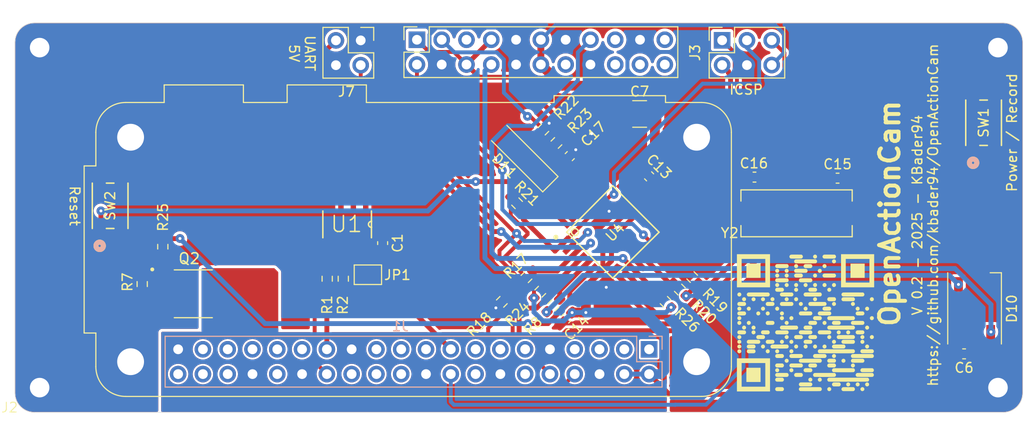
<source format=kicad_pcb>
(kicad_pcb (version 20241229) (generator "pcbnew") (generator_version "9.0")
  (title_block (date "15 nov 2012"))
  (layers (0 "F.Cu" signal) (2 "B.Cu" signal) (13 "F.Paste" user) (15 "B.Paste" user) (5 "F.SilkS" user "F.Silkscreen") (7 "B.SilkS" user "B.Silkscreen") (1 "F.Mask" user) (3 "B.Mask" user) (25 "Edge.Cuts" user))
  (net 0 "")
  (net 1 "GND")
  (net 2 "/GPIO2{slash}SDA1")
  (net 3 "/GPIO3{slash}SCL1")
  (net 4 "/GPIO4{slash}GPCLK0")
  (net 5 "/GPIO15{slash}RXD0")
  (net 6 "/GPIO17")
  (net 7 "/GPIO18{slash}PCM.CLK")
  (net 8 "/GPIO27")
  (net 9 "/GPIO22")
  (net 10 "/GPIO23")
  (net 11 "/GPIO26")
  (net 12 "/GPIO24")
  (net 13 "/GPIO10{slash}SPI0.MOSI")
  (net 14 "/GPIO9{slash}SPI0.MISO")
  (net 15 "/GPIO25")
  (net 16 "/GPIO11{slash}SPI0.SCLK")
  (net 17 "/GPIO8{slash}SPI0.CE0")
  (net 18 "/GPIO7{slash}SPI0.CE1")
  (net 19 "/ID_SDA")
  (net 20 "/ID_SCL")
  (net 21 "/GPIO5")
  (net 22 "/GPIO6")
  (net 23 "/GPIO12{slash}PWM0")
  (net 24 "/GPIO13{slash}PWM1")
  (net 25 "/GPIO19{slash}PCM.FS")
  (net 26 "/GPIO16")
  (net 27 "/GPIO20{slash}PCM.DIN")
  (net 28 "/GPIO21{slash}PCM.DOUT")
  (net 29 "+5V")
  (net 30 "+3V3")
  (net 31 "Net-(U4-XTAL1{slash}PB6)")
  (net 32 "Net-(U4-XTAL2{slash}PB7)")
  (net 33 "Net-(D10-DIN)")
  (net 34 "/Power State/Batt_Lvl")
  (net 35 "/Power State/Reset")
  (net 36 "/Power State/SCK")
  (net 37 "/Power State/MISO")
  (net 38 "/Power State/MOSI")
  (net 39 "8.4V")
  (net 40 "Net-(JP1-A)")
  (net 41 "/Power State/Pi_En")
  (net 42 "STAT_LED")
  (net 45 "/Power State/SS")
  (net 48 "/Power State/SDA")
  (net 49 "/Power State/SCL")
  (net 50 "Pi_Gnd")
  (net 51 "LED_EN")
  (net 55 "Chrg_Stat")
  (net 58 "Rx")
  (net 59 "Tx")
  (net 60 "/Power State/STAT_LED_OB")
  (net 61 "Pi_Int")
  (net 62 "Button")
  (net 66 "Net-(Q2-G)")
  (net 67 "BATT_LVL_MID")
  (footprint "Connector_PinSocket_2.54mm:PinSocket_2x03_P2.54mm_Vertical" (layer "F.Cu") (at 188.105 152.48 90)
    (property "Reference" "J3")
    (property "Value" "ICSP Header")
  )
  (footprint "ATMEGA328-AU:QFP80P900X900X120-32N" (layer "F.Cu") (at 176.9 172.13 45)
    (property "Reference" "U4")
    (property "Value" "ATmega328-P")
  )
  (footprint "Resistor_SMD:R_0603_1608Metric_Pad0.98x0.95mm_HandSolder" (layer "F.Cu") (at 168.05 176.76 -135)
    (property "Reference" "R17")
    (property "Value" "3.3K")
  )
  (footprint "Capacitor_SMD:C_0603_1608Metric_Pad1.08x0.95mm_HandSolder" (layer "F.Cu") (at 191.42 166.5 180)
    (property "Reference" "C16")
    (property "Value" "22 pF")
  )
  (footprint "Resistor_SMD:R_0603_1608Metric_Pad0.98x0.95mm_HandSolder" (layer "F.Cu") (at 149.285001 176.9138 90)
    (property "Reference" "R2")
    (property "Value" "3.9k")
  )
  (footprint "Capacitor_SMD:C_0603_1608Metric_Pad1.08x0.95mm_HandSolder" (layer "F.Cu") (at 172.49 164.35 -135)
    (property "Reference" "C17")
    (property "Value" "100nF")
  )
  (footprint "Jumper:SolderJumper-2_P1.3mm_Open_Pad1.0x1.5mm" (layer "F.Cu") (at 151.805001 176.503799)
    (property "Reference" "JP1")
    (property "Value" "ID_WP")
  )
  (footprint "LED_SMD:LED_WS2812B_PLCC4_5.0x5.0mm_P3.2mm" (layer "F.Cu") (at 213.97 179.95 90)
    (property "Reference" "D10")
    (property "Value" "WS2812B")
  )
  (footprint "Resistor_SMD:R_0603_1608Metric" (layer "F.Cu") (at 130.79 173.63 -90)
    (property "Reference" "R25")
    (property "Value" "10K")
  )
  (footprint "CAT24C256WI-GT3:SOIC127P600X175-8N" (layer "F.Cu") (at 149.68 171.34 -90)
    (property "Reference" "U1")
    (property "Value" "CAT24C256")
  )
  (footprint "Resistor_SMD:R_0603_1608Metric_Pad0.98x0.95mm_HandSolder" (layer "F.Cu") (at 165.53 179.28 -135)
    (property "Reference" "R18")
    (property "Value" "2K")
  )
  (footprint "Resistor_SMD:R_0603_1608Metric_Pad0.98x0.95mm_HandSolder" (layer "F.Cu") (at 171.125284 162.999426 45)
    (property "Reference" "R23")
    (property "Value" "10K")
  )
  (footprint "Button - PTS815 Tactile SW:SW4_PTS815 SJM 250 SMTR LFS_CNK" (layer "F.Cu") (at 214.895001 160.930001 90)
    (property "Reference" "SW1")
    (property "Value" "Button  - User Interface")
  )
  (footprint "Capacitor_SMD:C_0603_1608Metric_Pad1.08x0.95mm_HandSolder" (layer "F.Cu") (at 212.8975 184.61 180)
    (property "Reference" "C6")
    (property "Value" "0.1uF")
  )
  (footprint "Resistor_SMD:R_0603_1608Metric_Pad0.98x0.95mm_HandSolder" (layer "F.Cu") (at 167.09 169.18 -45)
    (property "Reference" "R21")
    (property "Value" "10K")
  )
  (footprint "Resistor_SMD:R_0603_1608Metric_Pad0.98x0.95mm_HandSolder" (layer "F.Cu") (at 169.47 178.24 45)
    (property "Reference" "R24")
    (property "Value" "10K")
  )
  (footprint "Button - PTS815 Tactile SW:SW4_PTS815 SJM 250 SMTR LFS_CNK" (layer "F.Cu") (at 125.395001 169.440001 90)
    (property "Reference" "SW2")
    (property "Value" "Button - Reset")
  )
  (footprint "Capacitor_SMD:C_0603_1608Metric_Pad1.08x0.95mm_HandSolder" (layer "F.Cu") (at 172.12 180.99 45)
    (property "Reference" "C14")
    (property "Value" "100nF")
  )
  (footprint "Capacitor_SMD:C_0603_1608Metric_Pad1.08x0.95mm_HandSolder" (layer "F.Cu") (at 199.9325 166.61)
    (property "Reference" "C15")
    (property "Value" "22 pF")
  )
  (footprint "Capacitor_SMD:C_0603_1608Metric_Pad1.08x0.95mm_HandSolder" (layer "F.Cu") (at 153.315 173.2613 90)
    (property "Reference" "C1")
    (property "Value" "100n")
  )
  (footprint "LOGO" (layer "F.Cu") (at 196.65 181.43)
    (property "Reference" "G***" (hide yes))
    (property "Value" "LOGO" (hide yes))
  )
  (footprint "Connector_PinSocket_2.54mm:PinSocket_2x02_P2.54mm_Vertical" (layer "F.Cu") (at 151.07 152.49)
    (property "Reference" "J7")
    (property "Value" "UART DEBUG")
  )
  (footprint "Capacitor_SMD:C_0603_1608Metric_Pad1.08x0.95mm_HandSolder" (layer "F.Cu") (at 180.62 166.42 -45)
    (property "Reference" "C13")
    (property "Value" "100nF")
  )
  (footprint "Diode_SMD:D_MiniMELF_Handsoldering" (layer "F.Cu") (at 167.207913 163.932807 135)
    (property "Reference" "D11")
    (property "Value" "5.1V Zener")
  )
  (footprint "Resistor_SMD:R_0603_1608Metric_Pad0.98x0.95mm_HandSolder" (layer "F.Cu") (at 128.68 177.46 -90)
    (property "Reference" "R7")
    (property "Value" "10K")
  )
  (footprint "Crystal - 16MHz ECS_160_20_5PX_TR:XTAL_ECS-160-20-5PX-TR" (layer "F.Cu") (at 195.73 170.21)
    (property "Reference" "Y2")
    (property "Value" "16 Mhz")
  )
  (footprint "FET - AOSP36326C:SOIC127P490X600X175-8N" (layer "F.Cu") (at 133.91585 178.455)
    (property "Reference" "Q2")
    (property "Value" "NMOS")
  )
  (footprint "Resistor_SMD:R_0603_1608Metric_Pad0.98x0.95mm_HandSolder" (layer "F.Cu") (at 170.81 179.65 -135)
    (property "Reference" "R8")
    (property "Value" "220")
  )
  (footprint "Board:Board_outline" (layer "F.Cu") (at 115.63 150.69)
    (property "Reference" "J2")
    (property "Value" "Conn_02x11_Counter_Clockwise" (hide yes))
    (fp_line (start 0 37.92) (end 0 2) (stroke (width 0.05)) (layer "Edge.Cuts"))
    (fp_line (start 2 0) (end 101.28 0) (stroke (width 0.05)) (layer "Edge.Cuts"))
    (fp_line (start 101.28 39.92) (end 2 39.92) (stroke (width 0.05)) (layer "Edge.Cuts"))
    (fp_line (start 103.28 2) (end 103.28 37.92) (stroke (width 0.05)) (layer "Edge.Cuts"))
    (fp_arc (start 0 2) (mid 0.585786 0.585786) (end 2 0) (stroke (width 0.05)) (layer "Edge.Cuts"))
    (fp_arc (start 2 39.92) (mid 0.585786 39.334214) (end 0 37.92) (stroke (width 0.05)) (layer "Edge.Cuts"))
    (fp_arc (start 101.28 0) (mid 102.694214 0.585786) (end 103.28 2) (stroke (width 0.05)) (layer "Edge.Cuts"))
    (fp_arc (start 103.28 37.92) (mid 102.694214 39.334214) (end 101.28 39.92) (stroke (width 0.05)) (layer "Edge.Cuts"))
  )
  (footprint "Resistor_SMD:R_0603_1608Metric_Pad0.98x0.95mm_HandSolder" (layer "F.Cu") (at 169.781781 161.627639 -135)
    (property "Reference" "R22")
    (property "Value" "15K")
  )
  (footprint "Resistor_SMD:R_0603_1608Metric_Pad0.98x0.95mm_HandSolder" (layer "F.Cu") (at 183.77 178.02 -45)
    (property "Reference" "R20")
    (property "Value" "3.3K")
  )
  (footprint "Resistor_SMD:R_0603_1608Metric_Pad0.98x0.95mm_HandSolder" (layer "F.Cu") (at 147.635 176.9138 90)
    (property "Reference" "R1")
    (property "Value" "3.9k")
  )
  (footprint "Resistor_SMD:R_0603_1608Metric_Pad0.98x0.95mm_HandSolder" (layer "F.Cu") (at 185.034765 176.744765 135)
    (property "Reference" "R19")
    (property "Value" "2K")
  )
  (footprint "Capacitor_SMD:C_1210_3225Metric_Pad1.33x2.70mm_HandSolder" (layer "F.Cu") (at 179.65 160.03)
    (property "Reference" "C7")
    (property "Value" "47uF 1210")
  )
  (footprint "Resistor_SMD:R_0603_1608Metric" (layer "F.Cu") (at 182.3 179.27 135)
    (property "Reference" "R26")
    (property "Value" "10K")
  )
  (footprint "Module:Raspberry_Pi_Zero_Socketed_THT_FaceDown_MountingHoles" (layer "B.Cu") (at 180.620682 184.144257 90)
    (property "Reference" "J1")
    (property "Value" "GPIO")
  )
  (gr_text "V 0.2 - 2025 - KBader94\nhttps://github.com/kbader94/OpenActionCam" (at 210.3 170.39 90) (layer "F.SilkS") (effects (font (size 1 1)) (justify bottom)))
  (gr_text "ICSP" (at 188.75 158.12 0) (layer "F.SilkS") (effects (font (size 1 1)) (justify left bottom)))
  (gr_text "Power / Record\n" (at 218.39 168.11 90) (layer "F.SilkS") (effects (font (size 1 1)) (justify left bottom)))
  (gr_text "Reset" (at 121.17 167.3 -90) (layer "F.SilkS") (effects (font (size 1 1)) (justify left bottom)))
  (gr_text "UART\n5V" (at 143.66 153.81 270) (layer "F.SilkS") (effects (font (size 1 1)) (justify bottom)))
  (gr_text "OpenActionCam\n" (at 206.45 182.01 90) (layer "F.SilkS") (effects (font (size 2 2) (thickness 0.4) (bold yes)) (justify left bottom)))
  (segment (start 130.73835 178.3725) (end 131.29085 177.82) (width 0.4) (layer "F.Cu") (net 1))
  (segment (start 179.092031 168.240913) (end 180.01012 167.322824) (width 0.5) (layer "F.Cu") (net 1))
  (segment (start 131.29085 179.09) (end 131.29085 177.82) (width 0.4) (layer "F.Cu") (net 1))
  (segment (start 131.29085 177.82) (end 131.29085 176.55) (width 0.4) (layer "F.Cu") (net 1))
  (segment (start 173.09988 163.74012) (end 173.09988 163.702202) (width 0.4) (layer "F.Cu") (net 1))
  (segment (start 173.09988 163.702202) (end 173.106041 163.696041) (width 0.4) (layer "F.Cu") (net 1))
  (segment (start 128.68 178.3725) (end 130.73835 178.3725) (width 0.4) (layer "F.Cu") (net 1))
  (segment (start 180.01012 167.322824) (end 180.01012 165.81012) (width 0.5) (layer "F.Cu") (net 1))
  (via (at 176.52 170) (size 0.9) (drill 0.3) (layers "F.Cu" "B.Cu") (net 1))
  (via (at 174.74 162.05) (size 0.9) (drill 0.3) (layers "F.Cu" "B.Cu") (net 1))
  (via (at 176.23 177.79) (size 0.9) (drill 0.3) (layers "F.Cu" "B.Cu") (net 1))
  (via (at 164.92 179.9) (size 0.9) (drill 0.3) (layers "F.Cu" "B.Cu") (net 1))
  (via (at 170.38 160.98) (size 0.9) (drill 0.3) (layers "F.Cu" "B.Cu") (net 1))
  (via (at 173.106041 163.696041) (size 0.9) (drill 0.3) (layers "F.Cu" "B.Cu") (net 1))
  (segment (start 166.989318 152.425743) (end 165.739318 151.175743) (width 0.4) (layer "B.Cu") (net 1))
  (segment (start 165.739318 151.175743) (end 158.851551 151.175743) (width 0.4) (layer "B.Cu") (net 1))
  (segment (start 183.735743 153.675743) (end 180.939318 153.675743) (width 0.4) (layer "B.Cu") (net 1))
  (segment (start 179.689318 152.425743) (end 178.399318 153.715743) (width 0.4) (layer "B.Cu") (net 1))
  (segment (start 183.83 153.77) (end 183.735743 153.675743) (width 0.4) (layer "B.Cu") (net 1))
  (segment (start 189.395 153.77) (end 183.83 153.77) (width 0.4) (layer "B.Cu") (net 1))
  (segment (start 158.119318 151.907976) (end 158.119318 153.715743) (width 0.4) (layer "B.Cu") (net 1))
  (segment (start 158.119318 153.715743) (end 159.369318 154.965743) (width 0.4) (layer "B.Cu") (net 1))
  (segment (start 190.645 155.02) (end 189.395 153.77) (width 0.4) (layer "B.Cu") (net 1))
  (segment (start 158.851551 151.175743) (end 158.119318 151.907976) (width 0.4) (layer "B.Cu") (net 1))
  (segment (start 180.939318 153.675743) (end 179.689318 152.425743) (width 0.4) (layer "B.Cu") (net 1))
  (segment (start 178.399318 153.715743) (end 178.399318 158.390682) (width 0.4) (layer "B.Cu") (net 1))
  (segment (start 173.106041 163.683959) (end 174.74 162.05) (width 0.4) (layer "B.Cu") (net 1))
  (segment (start 173.106041 163.696041) (end 173.106041 163.683959) (width 0.4) (layer "B.Cu") (net 1))
  (segment (start 178.399318 158.390682) (end 174.74 162.05) (width 0.4) (layer "B.Cu") (net 1))
  (segment (start 169.170682 185.394257) (end 167.402915 185.394257) (width 0.4) (layer "F.Cu") (net 5))
  (segment (start 166.64 184.631342) (end 166.64 178.17) (width 0.4) (layer "F.Cu") (net 5))
  (segment (start 167.402915 185.394257) (end 166.64 184.631342) (width 0.4) (layer "F.Cu") (net 5))
  (segment (start 166.64 178.17) (end 167.404765 177.405235) (width 0.4) (layer "F.Cu") (net 5))
  (segment (start 170.460682 186.684257) (end 169.170682 185.394257) (width 0.4) (layer "F.Cu") (net 5))
  (segment (start 184.415235 178.665235) (end 184.415235 178.654765) (width 0.5) (layer "F.Cu") (net 12))
  (segment (start 184.415235 178.654765) (end 185.68 177.39) (width 0.5) (layer "F.Cu") (net 12))
  (via (at 184.415235 178.665235) (size 0.9) (drill 0.3) (layers "F.Cu" "B.Cu") (net 12))
  (segment (start 183.312325 189.82) (end 186.45 189.82) (width 0.4) (layer "B.Cu") (net 12))
  (segment (start 190.29 178.665235) (end 184.415235 178.665235) (width 0.4) (layer "B.Cu") (net 12))
  (segment (start 160.300682 189.510682) (end 160.62 189.83) (width 0.4) (layer "B.Cu") (net 12))
  (segment (start 160.300682 186.684257) (end 160.300682 189.510682) (width 0.4) (layer "B.Cu") (net 12))
  (segment (start 160.62 189.83) (end 183.302325 189.83) (width 0.4) (layer "B.Cu") (net 12))
  (segment (start 186.45 189.82) (end 190.29 185.98) (width 0.4) (layer "B.Cu") (net 12))
  (segment (start 183.302325 189.83) (end 183.312325 189.82) (width 0.4) (layer "B.Cu") (net 12))
  (segment (start 190.29 185.98) (end 190.29 178.665235) (width 0.4) (layer "B.Cu") (net 12))
  (segment (start 147.635 176.0013) (end 146.71 176.9263) (width 0.5) (layer "F.Cu") (net 19))
  (segment (start 147.775 175.8613) (end 147.635 176.0013) (width 0.5) (layer "F.Cu") (net 19))
  (segment (start 147.775 173.8038) (end 147.775 175.8613) (width 0.5) (layer "F.Cu") (net 19))
  (segment (start 146.71 176.9263) (end 146.71 178.67) (width 0.5) (layer "F.Cu") (net 19))
  (segment (start 147.600682 179.560682) (end 147.600682 184.144257) (width 0.5) (layer "F.Cu") (net 19))
  (segment (start 146.71 178.67) (end 147.600682 179.560682) (width 0.5) (layer "F.Cu") (net 19))
  (segment (start 149.045 173.8038) (end 149.045 175.761299) (width 0.5) (layer "F.Cu") (net 20))
  (segment (start 147.2236 172.4132) (end 148.3656 172.4132) (width 0.4) (layer "F.Cu") (net 20))
  (segment (start 149.045 173.0926) (end 149.045 173.8038) (width 0.4) (layer "F.Cu") (net 20))
  (segment (start 146.350682 185.434257) (end 146.350682 179.229921) (width 0.4) (layer "F.Cu") (net 20))
  (segment (start 146.350682 179.229921) (end 146.01 178.889239) (width 0.4) (layer "F.Cu") (net 20))
  (segment (start 147.600682 186.684257) (end 146.350682 185.434257) (width 0.4) (layer "F.Cu") (net 20))
  (segment (start 148.3656 172.4132) (end 149.045 173.0926) (width 0.4) (layer "F.Cu") (net 20))
  (segment (start 146.01 178.889239) (end 146.01 173.6268) (width 0.4) (layer "F.Cu") (net 20))
  (segment (start 146.01 173.6268) (end 147.2236 172.4132) (width 0.4) (layer "F.Cu") (net 20))
  (segment (start 149.045 175.761299) (end 149.285001 176.0013) (width 0.5) (layer "F.Cu") (net 20))
  (segment (start 181.2125 167.0125) (end 181.22988 167.02988) (width 0.7) (layer "F.Cu") (net 29))
  (segment (start 181.22988 167.02988) (end 182.26 165.99976) (width 1) (layer "F.Cu") (net 29))
  (segment (start 174.14 177.718427) (end 175.882753 175.975674) (width 0.6) (layer "F.Cu") (net 29))
  (segment (start 175.85 172.58) (end 175.882753 172.612753) (width 0.5) (layer "F.Cu") (net 29))
  (segment (start 172.73153 180.38012) (end 172.730705 180.380945) (width 1) (layer "F.Cu") (net 29))
  (segment (start 179.623402 168.806598) (end 175.85 172.58) (width 0.5) (layer "F.Cu") (net 29))
  (segment (start 176.765 175.093427) (end 176.765 172.865) (width 0.5) (layer "F.Cu") (net 29))
  (segment (start 212.035 184.61) (end 212.035 182.685) (width 0.5) (layer "F.Cu") (net 29))
  (segment (start 174.664556 177.193871) (end 175.273654 176.584773) (width 0.5) (layer "F.Cu") (net 29))
  (segment (start 212.035 182.685) (end 212.32 182.4) (width 0.5) (layer "F.Cu") (net 29))
  (segment (start 179.657716 168.806598) (end 179.623402 168.806598) (width 0.5) (layer "F.Cu") (net 29))
  (segment (start 175.273654 176.584773) (end 176.765 175.093427) (width 0.5) (layer "F.Cu") (net 29))
  (segment (start 176.765 172.865) (end 180.223402 169.406598) (width 0.5) (layer "F.Cu") (net 29))
  (segment (start 207.885 188.76) (end 182.696425 188.76) (width 0.5) (layer "F.Cu") (net 29))
  (segment (start 169.529318 152.425743) (end 169.529318 154.965743) (width 0.7) (layer "F.Cu") (net 29))
  (segment (start 182.873363 179.853363) (end 182.87 179.85) (width 0.5) (layer "F.Cu") (net 29))
  (segment (start 168.17 172.35) (end 168.17 172.189238) (width 0.4) (layer "F.Cu") (net 29))
  (segment (start 175.882753 172.612753) (end 175.882753 175.975674) (width 0.5) (layer "F.Cu") (net 29))
  (segment (start 180.223402 169.372284) (end 181.22988 168.365806) (width 0.5) (layer "F.Cu") (net 29))
  (segment (start 165.89 174.635356) (end 165.89 174.63) (width 0.4) (layer "F.Cu") (net 29))
  (segment (start 182.883363 179.853363) (end 182.873363 179.853363) (width 0.5) (layer "F.Cu") (net 29))
  (segment (start 181.2125 164.9225) (end 181.2125 160.03) (width 1) (layer "F.Cu") (net 29))
  (segment (start 174.14 180.38012) (end 174.14 177.930558) (width 1) (layer "F.Cu") (net 29))
  (segment (start 179.657716 168.806598) (end 181.22988 167.234434) (width 0.5) (layer "F.Cu") (net 29))
  (segment (start 168.17 172.189238) (end 166.444765 170.464003) (width 0.4) (layer "F.Cu") (net 29))
  (segment (start 171.703575 157.14) (end 179.76 157.14) (width 1) (layer "F.Cu") (net 29))
  (segment (start 166.444765 170.464003) (end 166.444765 168.534765) (width 0.4) (layer "F.Cu") (net 29))
  (segment (start 182.26 165.97) (end 181.2125 164.9225) (width 1) (layer "F.Cu") (net 29))
  (segment (start 169.529318 154.965743) (end 171.703575 157.14) (width 1) (layer "F.Cu") (net 29))
  (segment (start 174.14 180.38012) (end 172.73153 180.38012) (width 1) (layer "F.Cu") (net 29))
  (segment (start 180.223402 169.406598) (end 180.223402 169.372284) (width 0.5) (layer "F.Cu") (net 29))
  (segment (start 181.22988 167.234434) (end 181.22988 167.02988) (width 0.5) (layer "F.Cu") (net 29))
  (segment (start 212.035 184.61) (end 207.885 188.76) (width 0.5) (layer "F.Cu") (net 29))
  (segment (start 181.2125 158.5925) (end 181.2125 160.03) (width 1) (layer "F.Cu") (net 29))
  (segment (start 175.882753 175.975674) (end 175.273654 176.584773) (width 0.5) (layer "F.Cu") (net 29))
  (segment (start 174.14 177.930558) (end 174.160279 177.910279) (width 1) (layer "F.Cu") (net 29))
  (segment (start 181.22988 168.365806) (end 181.22988 167.02988) (width 0.5) (layer "F.Cu") (net 29))
  (segment (start 174.14 177.930558) (end 174.14 177.718427) (width 0.6) (layer "F.Cu") (net 29))
  (segment (start 179.76 157.14) (end 181.2125 158.5925) (width 1) (layer "F.Cu") (net 29))
  (segment (start 168.824765 177.570121) (end 165.89 174.635356) (width 0.4) (layer "F.Cu") (net 29))
  (segment (start 168.824765 178.885235) (end 168.824765 177.570121) (width 0.4) (layer "F.Cu") (net 29))
  (segment (start 182.696425 188.76) (end 180.620682 186.684257) (width 0.5) (layer "F.Cu") (net 29))
  (segment (start 165.89 174.63) (end 168.17 172.35) (width 0.4) (layer "F.Cu") (net 29))
  (segment (start 182.26 165.99976) (end 182.26 165.97) (width 1) (layer "F.Cu") (net 29))
  (via (at 168.824765 178.885235) (size 0.9) (drill 0.3) (layers "F.Cu" "B.Cu") (net 29))
  (via (at 182.87 179.85) (size 0.9) (drill 0.3) (layers "F.Cu" "B.Cu") (net 29))
  (via (at 172.72988 180.38012) (size 0.9) (drill 0.3) (layers "F.Cu" "B.Cu") (net 29))
  (via (at 174.14 180.38012) (size 0.9) (drill 0.3) (layers "F.Cu" "B.Cu") (net 29))
  (segment (start 168.824765 180.337558) (end 168.824765 178.885235) (width 0.5) (layer "B.Cu") (net 29))
  (segment (start 194.435 151.815) (end 193.56 150.94) (width 0.4) (layer "B.Cu") (net 29))
  (segment (start 172.72988 180.38012) (end 171.877677 181.232323) (width 0.5) (layer "B.Cu") (net 29))
  (segment (start 171.877677 181.232323) (end 169.71953 181.232323) (width 0.5) (layer "B.Cu") (net 29))
  (segment (start 181.822763 186.684257) (end 182.170682 186.336338) (width 1) (layer "B.Cu") (net 29))
  (segment (start 179.456545 180.38012) (end 181.93 182.853575) (width 0.5) (layer "B.Cu") (net 29))
  (segment (start 194.435 153.77) (end 194.435 151.815) (width 0.4) (layer "B.Cu") (net 29))
  (segment (start 178.080682 186.684257) (end 180.620682 186.684257) (width 0.5) (layer "B.Cu") (net 29))
  (segment (start 193.185 155.02) (end 194.435 153.77) (width 0.4) (layer "B.Cu") (net 29))
  (segment (start 172.72988 180.38012) (end 179.456545 180.38012) (width 0.5) (layer "B.Cu") (net 29))
  (segment (start 180.24012 180.38012) (end 174.14 180.38012) (width 1) (layer "B.Cu") (net 29))
  (segment (start 182.33988 180.38012) (end 172.72988 180.38012) (width 0.5) (layer "B.Cu") (net 29))
  (segment (start 182.170682 182.310682) (end 180.24012 180.38012) (width 1) (layer "B.Cu") (net 29))
  (segment (start 180.620682 186.684257) (end 181.822763 186.684257) (width 1) (layer "B.Cu") (net 29))
  (segment (start 193.56 150.94) (end 171.015061 150.94) (width 0.4) (layer "B.Cu") (net 29))
  (segment (start 171.015061 150.94) (end 169.529318 152.425743) (width 0.4) (layer "B.Cu") (net 29))
  (segment (start 169.71953 181.232323) (end 168.824765 180.337558) (width 0.5) (layer "B.Cu") (net 29))
  (segment (start 182.87 179.85) (end 182.33988 180.38012) (width 0.5) (layer "B.Cu") (net 29))
  (segment (start 182.170682 186.336338) (end 182.170682 182.310682) (width 1) (layer "B.Cu") (net 29))
  (segment (start 153.860224 177.703799) (end 153.655001 177.703799) (width 0.5) (layer "F.Cu") (net 30))
  (segment (start 153.315 174.1238) (end 153.005002 174.1238) (width 0.5) (layer "F.Cu") (net 30))
  (segment (start 160.300682 184.144257) (end 153.860224 177.703799) (width 0.5) (layer "F.Cu") (net 30))
  (segment (start 151.585 173.8038) (end 152.455001 174.673801) (width 0.5) (layer "F.Cu") (net 30))
  (segment (start 152.455001 177.753799) (end 152.455001 176.503799) (width 0.5) (layer "F.Cu") (net 30))
  (segment (start 147.635 177.8263) (end 149.285001 177.8263) (width 0.5) (layer "F.Cu") (net 30))
  (segment (start 152.455001 174.673801) (end 152.455001 176.503799) (width 0.5) (layer "F.Cu") (net 30))
  (segment (start 152.3825 177.8263) (end 152.455001 177.753799) (width 0.5) (layer "F.Cu") (net 30))
  (segment (start 153.655001 177.703799) (end 152.455001 176.503799) (width 0.5) (layer "F.Cu") (net 30))
  (segment (start 153.005002 174.1238) (end 152.455001 174.673801) (width 0.5) (layer "F.Cu") (net 30))
  (segment (start 149.285001 177.8263) (end 152.3825 177.8263) (width 0.5) (layer "F.Cu") (net 30))
  (segment (start 200.48 170.21) (end 200.48 168.02) (width 0.5) (layer "F.Cu") (net 31))
  (segment (start 200.48 168.02) (end 199.07 166.61) (width 0.5) (layer "F.Cu") (net 31))
  (segment (start 184.096843 181.543157) (end 181.403208 181.543157) (width 0.5) (layer "F.Cu") (net 31))
  (segment (start 177.96066 178.10061) (end 177.96066 177.150458) (width 0.5) (layer "F.Cu") (net 31))
  (segment (start 195.43 170.21) (end 184.096843 181.543157) (width 0.5) (layer "F.Cu") (net 31))
  (segment (start 181.403208 181.543157) (end 177.96066 178.10061) (width 0.5) (layer "F.Cu") (net 31))
  (segment (start 200.48 170.21) (end 195.43 170.21) (width 0.5) (layer "F.Cu") (net 31))
  (segment (start 190.98 170.21) (end 190.98 167.8025) (width 0.5) (layer "F.Cu") (net 32))
  (segment (start 181.693157 180.843157) (end 179.135444 178.285444) (width 0.5) (layer "F.Cu") (net 32))
  (segment (start 179.135444 177.193871) (end 178.526346 176.584773) (width 0.5) (layer "F.Cu") (net 32))
  (segment (start 179.135444 178.285444) (end 179.135444 177.193871) (width 0.5) (layer "F.Cu") (net 32))
  (segment (start 190.98 173.426296) (end 183.563139 180.843157) (width 0.5) (layer "F.Cu") (net 32))
  (segment (start 190.98 167.8025) (end 192.2825 166.5) (width 0.5) (layer "F.Cu") (net 32))
  (segment (start 190.98 170.21) (end 190.98 173.426296) (width 0.5) (layer "F.Cu") (net 32))
  (segment (start 183.563139 180.843157) (end 181.693157 180.843157) (width 0.5) (layer "F.Cu") (net 32))
  (segment (start 170.164765 180.295235) (end 170.129411 180.295235) (width 0.5) (layer "F.Cu") (net 33))
  (segment (start 170.129411 180.295235) (end 170.092323 180.332323) (width 0.5) (layer "F.Cu") (net 33))
  (via (at 212.32 177.5) (size 0.9) (drill 0.3) (layers "F.Cu" "B.Cu") (net 33))
  (via (at 170.092323 180.332323) (size 0.9) (drill 0.3) (layers "F.Cu" "B.Cu") (net 33))
  (segment (start 211.39 176.57) (end 212.32 177.5) (width 0.5) (layer "B.Cu") (net 33))
  (segment (start 170.092323 180.332323) (end 173.854646 176.57) (width 0.5) (layer "B.Cu") (net 33))
  (segment (start 173.854646 176.57) (end 211.39 176.57) (width 0.5) (layer "B.Cu") (net 33))
  (segment (start 170.480049 163.644661) (end 170.480049 163.616377) (width 0.5) (layer "F.Cu") (net 34))
  (segment (start 170.480049 163.616377) (end 169.136546 162.272874) (width 0.5) (layer "F.Cu") (net 34))
  (segment (start 173.78 166.91) (end 171.88012 165.01012) (width 0.5) (layer "F.Cu") (net 34))
  (segment (start 169.152457 165.877351) (end 170.962649 165.877351) (width 0.5) (layer "F.Cu") (net 34))
  (segment (start 171.795268 164.95988) (end 170.480049 163.644661) (width 0.5) (layer "F.Cu") (net 34))
  (segment (start 171.88012 165.01012) (end 171.88012 164.95988) (width 0.5) (layer "F.Cu") (net 34))
  (segment (start 171.88012 164.95988) (end 171.795268 164.95988) (width 0.5) (layer "F.Cu") (net 34))
  (segment (start 170.962649 165.877351) (end 171.88012 164.95988) (width 0.5) (layer "F.Cu") (net 34))
  (segment (start 174.508427 166.91) (end 173.78 166.91) (width 0.5) (layer "F.Cu") (net 34))
  (segment (start 175.273654 167.675227) (end 174.508427 166.91) (width 0.5) (layer "F.Cu") (net 34))
  (segment (start 124.45 169.96) (end 124.45 171.560004) (width 0.5) (layer "F.Cu") (net 35))
  (segment (start 171.86934 173.19066) (end 170.98 174.08) (width 0.5) (layer "F.Cu") (net 35))
  (segment (start 171.879542 173.19066) (end 171.86934 173.19066) (width 0.5) (layer "F.Cu") (net 35))
  (segment (start 177.02 168.27) (end 176.800202 168.27) (width 0.4) (layer "F.Cu") (net 35))
  (segment (start 170.98 174.08) (end 167.735235 170.835235) (width 0.5) (layer "F.Cu") (net 35))
  (segment (start 124.45 171.560004) (end 124.130002 171.880002) (width 0.5) (layer "F.Cu") (net 35))
  (segment (start 162.85 166.96) (end 167.735235 166.96) (width 0.5) (layer "F.Cu") (net 35))
  (segment (start 176.800202 168.27) (end 171.879542 173.19066) (width 0.4) (layer "F.Cu") (net 35))
  (segment (start 167.735235 166.96) (end 167.735235 169.825235) (width 0.5) (layer "F.Cu") (net 35))
  (segment (start 167.735235 170.835235) (end 167.735235 169.825235) (width 0.5) (layer "F.Cu") (net 35))
  (via (at 177.02 168.27) (size 0.9) (drill 0.3) (layers "F.Cu" "B.Cu") (net 35))
  (via (at 124.45 169.96) (size 0.9) (drill 0.3) (layers "F.Cu" "B.Cu") (net 35))
  (via (at 162.85 166.96) (size 0.9) (drill 0.3) (layers "F.Cu" "B.Cu") (net 35))
  (segment (start 191.97 156.93) (end 191.895 156.855) (width 0.4) (layer "B.Cu") (net 35))
  (segment (start 190.645 153.252233) (end 190.645 152.48) (width 0.4) (layer "B.Cu") (net 35))
  (segment (start 186.1 156.93) (end 191.97 156.93) (width 0.4) (layer "B.Cu") (net 35))
  (segment (start 160.95 166.96) (end 162.85 166.96) (width 0.5) (layer "B.Cu") (net 35))
  (segment (start 177.02 168.27) (end 177.02 166.01) (width 0.4) (layer "B.Cu") (net 35))
  (segment (start 191.895 154.502233) (end 190.645 153.252233) (width 0.4) (layer "B.Cu") (net 35))
  (segment (start 177.02 166.01) (end 186.1 156.93) (width 0.4) (layer "B.Cu") (net 35))
  (segment (start 157.95 169.96) (end 160.95 166.96) (width 0.5) (layer "B.Cu") (net 35))
  (segment (start 191.895 156.855) (end 191.895 154.502233) (width 0.4) (layer "B.Cu") (net 35))
  (segment (start 124.45 169.96) (end 157.95 169.96) (width 0.5) (layer "B.Cu") (net 35))
  (segment (start 183.967678 169.294556) (end 188.97 164.292234) (width 0.5) (layer "F.Cu") (net 36))
  (segment (start 188.745 155.807006) (end 188.745 155.66) (width 0.5) (layer "F.Cu") (net 36))
  (segment (start 188.745 155.66) (end 188.105 155.02) (width 0.5) (layer "F.Cu") (net 36))
  (segment (start 180.789087 169.937969) (end 181.4325 169.294556) (width 0.5) (layer "F.Cu") (net 36))
  (segment (start 188.97 156.032006) (end 188.745 155.807006) (width 0.5) (layer "F.Cu") (net 36))
  (segment (start 188.97 164.292234) (end 188.97 156.032006) (width 0.5) (layer "F.Cu") (net 36))
  (segment (start 181.4325 169.294556) (end 183.967678 169.294556) (width 0.5) (layer "F.Cu") (net 36))
  (segment (start 188.105 152.48) (end 189.761117 154.136117) (width 0.4) (layer "F.Cu") (net 37))
  (segment (start 189.761117 154.136117) (end 189.395 154.502233) (width 0.4) (layer "F.Cu") (net 37))
  (segment (start 189.62 155.762767) (end 189.62 164.561472) (width 0.4) (layer "F.Cu") (net 37))
  (segment (start 189.395 155.537767) (end 189.62 155.762767) (width 0.4) (layer "F.Cu") (net 37))
  (segment (start 189.395 154.502233) (end 189.395 155.537767) (width 0.4) (layer "F.Cu") (net 37))
  (segment (start 189.62 164.561472) (end 184.236916 169.944556) (width 0.4) (layer "F.Cu") (net 37))
  (segment (start 184.236916 169.944556) (end 181.913871 169.944556) (width 0.4) (layer "F.Cu") (net 37))
  (segment (start 194.48 160.55) (end 194.48 153.775) (width 0.4) (layer "F.Cu") (net 38))
  (segment (start 183.96066 171.06934) (end 194.48 160.55) (width 0.4) (layer "F.Cu") (net 38))
  (segment (start 181.920458 171.06934) (end 183.96066 171.06934) (width 0.4) (layer "F.Cu") (net 38))
  (segment (start 194.48 153.775) (end 193.185 152.48) (width 0.4) (layer "F.Cu") (net 38))
  (segment (start 160.619318 153.675743) (end 161.909318 154.965743) (width 0.4) (layer "F.Cu") (net 39))
  (segment (start 171.770519 161.000081) (end 167.036181 156.265743) (width 0.5) (layer "F.Cu") (net 39))
  (segment (start 161.909318 154.965743) (end 164.449318 152.425743) (width 0.5) (layer "F.Cu") (net 39))
  (segment (start 167.036181 156.265743) (end 163.209318 156.265743) (width 0.5) (layer "F.Cu") (net 39))
  (segment (start 171.770519 162.354191) (end 171.770519 161.000081) (width 0.5) (layer "F.Cu") (net 39))
  (segment (start 156.829318 152.425743) (end 158.079318 153.675743) (width 0.4) (layer "F.Cu") (net 39))
  (segment (start 163.209318 156.265743) (end 161.909318 154.965743) (width 0.5) (layer "F.Cu") (net 39))
  (segment (start 158.079318 153.675743) (end 160.619318 153.675743) (width 0.4) (layer "F.Cu") (net 39))
  (segment (start 150.315 173.8038) (end 150.315 175.663798) (width 0.5) (layer "F.Cu") (net 40))
  (segment (start 150.315 175.663798) (end 151.155001 176.503799) (width 0.5) (layer "F.Cu") (net 40))
  (segment (start 132.535 172.805) (end 132.55 172.79) (width 0.5) (layer "F.Cu") (net 41))
  (segment (start 170.258148 181.51) (end 172.492103 179.276045) (width 0.5) (layer "F.Cu") (net 41))
  (segment (start 168.2 181.51) (end 170.258148 181.51) (width 0.5) (layer "F.Cu") (net 41))
  (segment (start 130.79 172.805) (end 132.535 172.805) (width 0.5) (layer "F.Cu") (net 41))
  (segment (start 172.492103 179.276045) (end 172.492103 178.234953) (width 0.5) (layer "F.Cu") (net 41))
  (segment (start 172.492103 178.234953) (end 174.707969 176.019087) (width 0.5) (layer "F.Cu") (net 41))
  (via (at 168.2 181.51) (size 0.9) (drill 0.3) (layers "F.Cu" "B.Cu") (net 41))
  (via (at 132.55 172.79) (size 0.9) (drill 0.3) (layers "F.Cu" "B.Cu") (net 41))
  (segment (start 168.2 181.51) (end 141.27 181.51) (width 0.5) (layer "B.Cu") (net 41))
  (segment (start 141.27 181.51) (end 132.55 172.79) (width 0.5) (layer "B.Cu") (net 41))
  (segment (start 215.62 182.39) (end 215.65 182.36) (width 0.5) (layer "F.Cu") (net 42))
  (segment (start 215.62 182.4) (end 215.62 182.39) (width 0.5) (layer "F.Cu") (net 42))
  (via (at 215.65 182.36) (size 0.9) (drill 0.3) (layers "F.Cu" "B.Cu") (net 42))
  (segment (start 163.8 174.79) (end 163.8 155.615061) (width 0.5) (layer "B.Cu") (net 42))
  (segment (start 164.88 175.87) (end 163.8 174.79) (width 0.5) (layer "B.Cu") (net 42))
  (segment (start 211.962793 175.87) (end 164.88 175.87) (width 0.5) (layer "B.Cu") (net 42))
  (segment (start 163.8 155.615061) (end 164.449318 154.965743) (width 0.5) (layer "B.Cu") (net 42))
  (segment (start 215.65 182.36) (end 215.65 179.557207) (width 0.5) (layer "B.Cu") (net 42))
  (segment (start 215.65 179.557207) (end 211.962793 175.87) (width 0.5) (layer "B.Cu") (net 42))
  (segment (start 165.58 165.82) (end 156.829318 157.069318) (width 0.4) (layer "F.Cu") (net 51))
  (segment (start 181.354773 173.756346) (end 181.354773 173.734773) (width 0.4) (layer "F.Cu") (net 51))
  (segment (start 156.829318 157.069318) (end 156.829318 154.965743) (width 0.4) (layer "F.Cu") (net 51))
  (segment (start 181.354773 173.734773) (end 180.03 172.41) (width 0.4) (layer "F.Cu") (net 51))
  (via (at 165.58 165.82) (size 0.9) (drill 0.3) (layers "F.Cu" "B.Cu") (net 51))
  (via (at 180.03 172.41) (size 0.9) (drill 0.3) (layers "F.Cu" "B.Cu") (net 51))
  (segment (start 167.066041 171.306041) (end 165.58 169.82) (width 0.4) (layer "B.Cu") (net 51))
  (segment (start 165.55 165.79) (end 165.58 165.82) (width 0.4) (layer "B.Cu") (net 51))
  (segment (start 165.58 169.82) (end 165.58 165.82) (width 0.4) (layer "B.Cu") (net 51))
  (segment (start 180.03 172.41) (end 178.926041 171.306041) (width 0.4) (layer "B.Cu") (net 51))
  (segment (start 178.926041 171.306041) (end 167.066041 171.306041) (width 0.4) (layer "B.Cu") (net 51))
  (segment (start 179.092031 176.019087) (end 179.092031 175.982031) (width 0.5) (layer "F.Cu") (net 55))
  (segment (start 179.092031 175.982031) (end 177.94 174.83) (width 0.5) (layer "F.Cu") (net 55))
  (segment (start 181.716637 178.643693) (end 179.092031 176.019087) (width 0.5) (layer "F.Cu") (net 55))
  (segment (start 181.716637 178.686637) (end 181.716637 178.643693) (width 0.5) (layer "F.Cu") (net 55))
  (via (at 177.94 174.83) (size 0.9) (drill 0.3) (layers "F.Cu" "B.Cu") (net 55))
  (segment (start 168.66 161.25) (end 173.319318 156.590682) (width 0.4) (layer "B.Cu") (net 55))
  (segment (start 164.5 174.24005) (end 165.08995 174.83) (width 0.5) (layer "B.Cu") (net 55))
  (segment (start 166.41 161.25) (end 168.66 161.25) (width 0.4) (layer "B.Cu") (net 55))
  (segment (start 166.15 161.25) (end 164.5 162.9) (width 0.5) (layer "B.Cu") (net 55))
  (segment (start 166.41 161.25) (end 166.15 161.25) (width 0.5) (layer "B.Cu") (net 55))
  (segment (start 173.319318 156.590682) (end 173.319318 153.715743) (width 0.4) (layer "B.Cu") (net 55))
  (segment (start 165.08995 174.83) (end 177.94 174.83) (width 0.5) (layer "B.Cu") (net 55))
  (segment (start 173.319318 153.715743) (end 174.609318 152.425743) (width 0.4) (layer "B.Cu") (net 55))
  (segment (start 164.5 162.9) (end 164.5 174.24005) (width 0.5) (layer "B.Cu") (net 55))
  (segment (start 167.048299 172.269619) (end 166.957537 172.269619) (width 0.4) (layer "F.Cu") (net 58))
  (segment (start 166.83 176.742562) (end 165.188367 178.384195) (width 0.4) (layer "F.Cu") (net 58))
  (segment (start 167.048299 172.269619) (end 165.29 174.027918) (width 0.4) (layer "F.Cu") (net 58))
  (segment (start 174.045532 172.156041) (end 174.03 172.171573) (width 0.4) (layer "F.Cu") (net 58))
  (segment (start 173.532082 172.96) (end 173.241573 172.96) (width 0.4) (layer "F.Cu") (net 58))
  (segment (start 173.241573 172.96) (end 172.445227 173.756346) (width 0.4) (layer "F.Cu") (net 58))
  (segment (start 167.402915 187.934257) (end 166.670682 187.202024) (width 0.4) (layer "F.Cu") (net 58))
  (segment (start 166.957537 172.269619) (end 151.07 156.382082) (width 0.4) (layer "F.Cu") (net 58))
  (segment (start 165.898449 185.394257) (end 164.862915 185.394257) (width 0.4) (layer "F.Cu") (net 58))
  (segment (start 165.29 174.027918) (end 165.29 174.883884) (width 0.4) (layer "F.Cu") (net 58))
  (segment (start 173.000682 186.684257) (end 171.750682 187.934257) (width 0.4) (layer "F.Cu") (net 58))
  (segment (start 174.336041 172.156041) (end 174.045532 172.156041) (width 0.4) (layer "F.Cu") (net 58))
  (segment (start 165.188367 178.384195) (end 165.188367 178.903011) (width 0.4) (layer "F.Cu") (net 58))
  (segment (start 151.07 156.382082) (end 151.07 155.03) (width 0.4) (layer "F.Cu") (net 58))
  (segment (start 164.129329 181.990671) (end 164.129329 184.660671) (width 0.4) (layer "F.Cu") (net 58))
  (segment (start 165.29 174.883884) (end 166.83 176.423884) (width 0.4) (layer "F.Cu") (net 58))
  (segment (start 165.906989 180.213011) (end 164.129329 181.990671) (width 0.4) (layer "F.Cu") (net 58))
  (segment (start 165.188367 178.903011) (end 165.906989 179.621633) (width 0.4) (layer "F.Cu") (net 58))
  (segment (start 174.03 172.171573) (end 174.03 172.462082) (width 0.4) (layer "F.Cu") (net 58))
  (segment (start 166.670682 187.202024) (end 166.670682 186.16649) (width 0.4) (layer "F.Cu") (net 58))
  (segment (start 165.906989 179.621633) (end 165.906989 180.213011) (width 0.4) (layer "F.Cu") (net 58))
  (segment (start 171.750682 187.934257) (end 167.402915 187.934257) (width 0.4) (layer "F.Cu") (net 58))
  (segment (start 174.03 172.462082) (end 173.532082 172.96) (width 0.4) (layer "F.Cu") (net 58))
  (segment (start 164.862915 185.394257) (end 164.090682 184.622024) (width 0.4) (layer "F.Cu") (net 58))
  (segment (start 166.670682 186.16649) (end 165.898449 185.394257) (width 0.4) (layer "F.Cu") (net 58))
  (segment (start 167.048299 172.269619) (end 167.03868 172.26) (width 0.4) (layer "F.Cu") (net 58))
  (segment (start 166.83 176.423884) (end 166.83 176.742562) (width 0.4) (layer "F.Cu") (net 58))
  (via (at 174.336041 172.156041) (size 0.9) (drill 0.3) (layers "F.Cu" "B.Cu") (net 58))
  (via (at 167.048299 172.269619) (size 0.9) (drill 0.3) (layers "F.Cu" "B.Cu") (net 58))
  (segment (start 173.452082 173.04) (end 174.336041 172.156041) (width 0.4) (layer "B.Cu") (net 58))
  (segment (start 167.81868 173.04) (end 173.452082 173.04) (width 0.4) (layer "B.Cu") (net 58))
  (segment (start 167.048299 172.269619) (end 167.81868 173.04) (width 0.4) (layer "B.Cu") (net 58))
  (segment (start 164.620723 172.083567) (end 148.867156 156.33) (width 0.5) (layer "F.Cu") (net 59))
  (segment (start 147.23 155.64) (end 147.23 153.79) (width 0.5) (layer "F.Cu") (net 59))
  (segment (start 171.218179 176.114765) (end 173.010913 174.322031) (width 0.5) (layer "F.Cu") (net 59))
  (segment (start 165.467282 172.083567) (end 164.620723 172.083567) (width 0.5) (layer "F.Cu") (net 59))
  (segment (start 168.695235 176.114765) (end 171.218179 176.114765) (width 0.5) (layer "F.Cu") (net 59))
  (segment (start 148.867156 156.33) (end 147.92 156.33) (width 0.5) (layer "F.Cu") (net 59))
  (segment (start 147.92 156.33) (end 147.23 155.64) (width 0.5) (layer "F.Cu") (net 59))
  (segment (start 147.23 153.79) (end 148.53 152.49) (width 0.5) (layer "F.Cu") (net 59))
  (segment (start 174.177068 173.712932) (end 174.63 173.26) (width 0.5) (layer "F.Cu") (net 59))
  (segment (start 173.620012 173.712932) (end 174.177068 173.712932) (width 0.5) (layer "F.Cu") (net 59))
  (segment (start 173.010913 174.322031) (end 173.620012 173.712932) (width 0.5) (layer "F.Cu") (net 59))
  (via (at 165.467282 172.083567) (size 0.9) (drill 0.3) (layers "F.Cu" "B.Cu") (net 59))
  (via (at 174.63 173.26) (size 0.9) (drill 0.3) (layers "F.Cu" "B.Cu") (net 59))
  (segment (start 165.589454 172.083567) (end 167.195887 173.69) (width 0.5) (layer "B.Cu") (net 59))
  (segment (start 174.2 173.69) (end 174.63 173.26) (width 0.5) (layer "B.Cu") (net 59))
  (segment (start 167.195887 173.69) (end 174.2 173.69) (width 0.5) (layer "B.Cu") (net 59))
  (segment (start 165.467282 172.083567) (end 165.589454 172.083567) (width 0.5) (layer "B.Cu") (net 59))
  (segment (start 171.455235 178.140451) (end 171.455235 179.004765) (width 0.5) (layer "F.Cu") (net 60))
  (segment (start 174.142284 175.453402) (end 171.455235 178.140451) (width 0.5) (layer "F.Cu") (net 60))
  (segment (start 182.710451 177.374765) (end 180.223402 174.887716) (width 0.5) (layer "F.Cu") (net 61))
  (segment (start 183.124765 177.374765) (end 182.710451 177.374765) (width 0.5) (layer "F.Cu") (net 61))
  (segment (start 167.637897 179.922103) (end 169.096045 179.922103) (width 0.5) (layer "F.Cu") (net 62))
  (segment (start 194.53995 172.09) (end 184.386792 182.243157) (width 0.5) (layer "F.Cu") (net 62))
  (segment (start 169.096045 179.922103) (end 170.115235 178.902913) (width 0.5) (layer "F.Cu") (net 62))
  (segment (start 212.159998 163.180002) (end 203.25 172.09) (width 0.5) (layer "F.Cu") (net 62))
  (segment (start 170.115235 177.594765) (end 170.869549 177.594765) (width 0.5) (layer "F.Cu") (net 62))
  (segment (start 167.3 182.672103) (end 167.3 180.26) (width 0.5) (layer "F.Cu") (net 62))
  (segment (start 172.174991 182.243157) (end 171.746045 182.672103) (width 0.5) (layer "F.Cu") (net 62))
  (segment (start 170.869549 177.594765) (end 173.576598 174.887716) (width 0.5) (layer "F.Cu") (net 62))
  (segment (start 184.386792 182.243157) (end 172.174991 182.243157) (width 0.5) (layer "F.Cu") (net 62))
  (segment (start 170.115235 178.902913) (end 170.115235 177.594765) (width 0.5) (layer "F.Cu") (net 62))
  (segment (start 213.820002 163.180002) (end 212.159998 163.180002) (width 0.5) (layer "F.Cu") (net 62))
  (segment (start 203.25 172.09) (end 194.53995 172.09) (width 0.5) (layer "F.Cu") (net 62))
  (segment (start 167.3 180.26) (end 167.637897 179.922103) (width 0.5) (layer "F.Cu") (net 62))
  (segment (start 171.746045 182.672103) (end 167.3 182.672103) (width 0.5) (layer "F.Cu") (net 62))
  (segment (start 128.6975 176.5475) (end 130.79 174.455) (width 0.5) (layer "F.Cu") (net 66))
  (segment (start 128.68 176.5475) (end 127.47 177.7575) (width 0.5) (layer "F.Cu") (net 66))
  (segment (start 127.47 177.7575) (end 127.47 179.15) (width 0.5) (layer "F.Cu") (net 66))
  (segment (start 128.68 180.36) (end 131.29085 180.36) (width 0.5) (layer "F.Cu") (net 66))
  (segment (start 127.47 179.15) (end 128.68 180.36) (width 0.5) (layer "F.Cu") (net 66))
  (segment (start 128.68 176.5475) (end 128.6975 176.5475) (width 0.5) (layer "F.Cu") (net 66))
  (segment (start 168.16 160.27) (end 168.431214 160.27) (width 0.4) (layer "F.Cu") (net 67))
  (segment (start 174.45 163.72) (end 174.45 165.8) (width 0.4) (layer "F.Cu") (net 67))
  (segment (start 171.502273 163.341059) (end 172.258941 163.341059) (width 0.4) (layer "F.Cu") (net 67))
  (segment (start 168.431214 160.27) (end 171.502273 163.341059) (width 0.4) (layer "F.Cu") (net 67))
  (segment (start 173.41 162.68) (end 174.45 163.72) (width 0.4) (layer "F.Cu") (net 67))
  (segment (start 175.759542 167.109542) (end 175.83934 167.109542) (width 0.4) (layer "F.Cu") (net 67))
  (segment (start 172.258941 163.341059) (end 172.92 162.68) (width 0.4) (layer "F.Cu") (net 67))
  (segment (start 172.92 162.68) (end 173.41 162.68) (width 0.4) (layer "F.Cu") (net 67))
  (segment (start 174.45 165.8) (end 175.759542 167.109542) (width 0.4) (layer "F.Cu") (net 67))
  (via (at 168.16 160.27) (size 0.9) (drill 0.3) (layers "F.Cu" "B.Cu") (net 67))
  (segment (start 160.659318 153.715743) (end 165.007085 153.715743) (width 0.4) (layer "B.Cu") (net 67))
  (segment (start 165.007085 153.715743) (end 165.739318 154.447976) (width 0.4) (layer "B.Cu") (net 67))
  (segment (start 165.739318 154.447976) (end 165.739318 157.849318) (width 0.4) (layer "B.Cu") (net 67))
  (segment (start 159.369318 152.425743) (end 160.659318 153.715743) (width 0.4) (layer "B.Cu") (net 67))
  (segment (start 165.739318 157.849318) (end 168.16 160.27) (width 0.4) (layer "B.Cu") (net 67))
  (zone (net 1) (net_name "GND") (layers "F.Cu" "B.Cu") (priority 12) (connect_pads yes (clearance 0.3)) (min_thickness 0.3) (fill yes (thermal_gap 0.5) (thermal_bridge_width 0.5))
    (polygon (pts (xy 115.63 150.69) (xy 115.63 190.76) (xy 218.3 190.76) (xy 219.06 190) (xy 219.06 150.95) (xy 218.75 150.64) (xy 115.68 150.64)))
  )
  (zone (net 50) (net_name "Pi_Gnd") (layers "F.Cu" "B.Cu") (priority 100) (connect_pads yes (clearance 0.2)) (min_thickness 0.2) (fill yes (thermal_gap 0.5) (thermal_bridge_width 0.5))
    (polygon (pts (xy 130.63 182.35) (xy 134.72 182.35) (xy 134.74 182.37) (xy 134.76 182.35) (xy 134.76 175.83) (xy 142.22 175.83) (xy 142.62 176.23) (xy 142.62 182.39) (xy 182.4 182.39) (xy 182.43 182.36) (xy 182.43 190.63) (xy 182.31 190.75) (xy 130.66 190.75) (xy 130.63 190.72)))
  )
)
</source>
